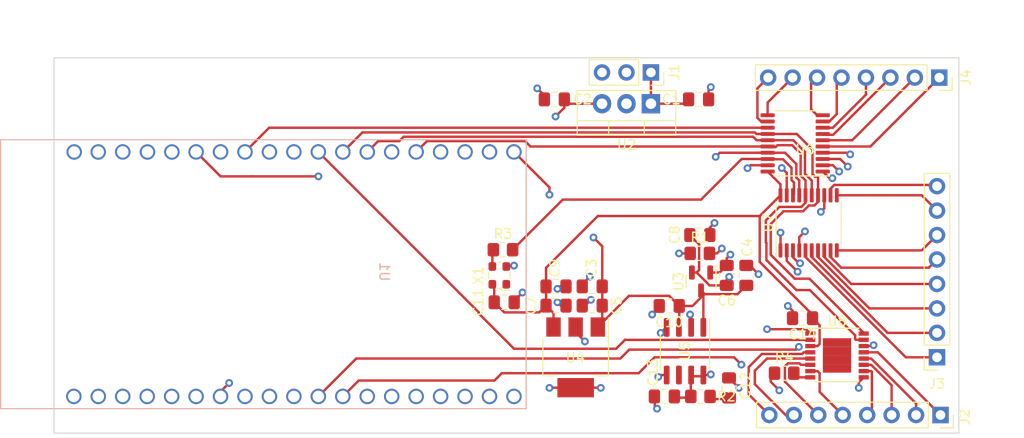
<source format=kicad_pcb>
(kicad_pcb (version 20211014) (generator pcbnew)
  (layers (0 "F.Cu" signal) (1 "In1.Cu" power) (2 "In2.Cu" mixed) (31 "B.Cu" power) (34 "B.Paste" user) (35 "F.Paste" user) (36 "B.SilkS" user "B.Silkscreen") (37 "F.SilkS" user "F.Silkscreen") (38 "B.Mask" user) (39 "F.Mask" user) (44 "Edge.Cuts" user))
  (net 0 "")
  (net 1 "+12V")
  (net 2 "Earth")
  (net 3 "+5V")
  (net 4 "GNDA")
  (net 5 "+3.3VA")
  (net 6 "+3V3")
  (net 7 "Net-(C12-Pad1)")
  (net 8 "+3.3VDAC")
  (net 9 "VoutH")
  (net 10 "VoutG")
  (net 11 "VoutF")
  (net 12 "VoutE")
  (net 13 "VoutD")
  (net 14 "VoutC")
  (net 15 "VoutB")
  (net 16 "VoutA")
  (net 17 "ADC2_1")
  (net 18 "ADC2_2")
  (net 19 "ADC2_3")
  (net 20 "ADC2_4")
  (net 21 "ADC2_5")
  (net 22 "ADC2_6")
  (net 23 "ADC2_7")
  (net 24 "ADC2_8")
  (net 25 "ADC1_1")
  (net 26 "ADC1_2")
  (net 27 "ADC1_3")
  (net 28 "ADC1_4")
  (net 29 "ADC1_5")
  (net 30 "ADC1_6")
  (net 31 "ADC1_7")
  (net 32 "ADC1_8")
  (net 33 "Net-(R3-Pad1)")
  (net 34 "CLK")
  (net 35 "Net-(R4-Pad2)")
  (net 43 "LDAC")
  (net 44 "~{CLR}")
  (net 58 "MDAT")
  (net 59 "~{ADC2_CS}")
  (net 60 "~{ADC1_CS}")
  (net 63 "~{DAC_CS}")
  (net 64 "SK")
  (net 65 "SI")
  (net 66 "SO")
  (footprint "Package_SO:TSSOP-20_4.4x6.5mm_P0.65mm" (layer "F.Cu") (at 127 48.895 180)
    (fp_text reference "U6")
    (fp_text value "MCP3464R")
  )
  (footprint "Capacitor_SMD:C_0805_2012Metric_Pad1.18x1.45mm_HandSolder" (layer "F.Cu") (at 113.411 75.185 180)
    (fp_text reference "C13")
    (fp_text value "1nF")
  )
  (footprint "Connector_PinSocket_2.54mm:PinSocket_1x08_P2.54mm_Vertical" (layer "F.Cu") (at 141.971 42.062 -90)
    (fp_text reference "J4")
    (fp_text value "Conn_01x08_Male" hide)
  )
  (footprint "Package_SO:TSSOP-20_4.4x6.5mm_P0.65mm" (layer "F.Cu") (at 128.397 57.15 90)
    (fp_text reference "U7")
    (fp_text value "MCP3464R")
  )
  (footprint "Resistor_SMD:R_0805_2012Metric_Pad1.20x1.40mm_HandSolder" (layer "F.Cu") (at 117.094 60.325)
    (fp_text reference "R1")
    (fp_text value "0")
  )
  (footprint "Capacitor_SMD:C_0805_2012Metric_Pad1.18x1.45mm_HandSolder" (layer "F.Cu") (at 96.774 65.405)
    (fp_text reference "C11")
    (fp_text value "0.1uF" hide)
  )
  (footprint "Capacitor_SMD:C_0805_2012Metric_Pad1.18x1.45mm_HandSolder" (layer "F.Cu") (at 117.094 58.42)
    (fp_text reference "C8")
    (fp_text value "10uF" hide)
  )
  (footprint "Package_TO_SOT_SMD:SOT-223-3_TabPin2" (layer "F.Cu") (at 104.1955 71.124 -90)
    (fp_text reference "U4")
    (fp_text value "MCP1825S-3.3V" hide)
  )
  (footprint "Capacitor_SMD:C_0805_2012Metric_Pad1.18x1.45mm_HandSolder" (layer "F.Cu") (at 101.981 44.323 180)
    (fp_text reference "C2")
    (fp_text value "0.1uF")
  )
  (footprint "Resistor_SMD:R_0805_2012Metric_Pad1.20x1.40mm_HandSolder" (layer "F.Cu") (at 117.1565 75.185)
    (fp_text reference "R2")
    (fp_text value "50" hide)
  )
  (footprint "Capacitor_SMD:C_0805_2012Metric_Pad1.18x1.45mm_HandSolder" (layer "F.Cu") (at 105.918 63.754 180)
    (fp_text reference "C3")
    (fp_text value "10uF" hide)
  )
  (footprint "Connector_PinSocket_2.54mm:PinSocket_1x08_P2.54mm_Vertical" (layer "F.Cu") (at 141.732 71.12 180)
    (fp_text reference "J3")
    (fp_text value "Conn_01x08_Male" hide)
  )
  (footprint "Capacitor_SMD:C_0805_2012Metric_Pad1.18x1.45mm_HandSolder" (layer "F.Cu") (at 127.762 67.056 180)
    (fp_text reference "C14")
    (fp_text value "1uF")
  )
  (footprint "Capacitor_SMD:C_0805_2012Metric_Pad1.18x1.45mm_HandSolder" (layer "F.Cu") (at 120.1285 74.295 90)
    (fp_text reference "C12")
    (fp_text value "2.2uF" hide)
  )
  (footprint "Package_TO_SOT_SMD:SOT-23" (layer "F.Cu") (at 117.221 63.246 -90)
    (fp_text reference "U3")
    (fp_text value "MCP1754S-3302xCB" hide)
  )
  (footprint "Capacitor_SMD:C_0805_2012Metric_Pad1.18x1.45mm_HandSolder" (layer "F.Cu") (at 102.1555 65.754)
    (fp_text reference "C7")
    (fp_text value "0.1uF" hide)
  )
  (footprint "Package_SO:SOIC-8_3.9x4.9mm_P1.27mm" (layer "F.Cu") (at 115.5565 70.485 -90)
    (fp_text reference "U5")
    (fp_text value "MCP1501-33xSN" hide)
  )
  (footprint "Capacitor_SMD:C_0805_2012Metric_Pad1.18x1.45mm_HandSolder" (layer "F.Cu") (at 116.967 44.323)
    (fp_text reference "C1")
    (fp_text value "0.1uF" hide)
  )
  (footprint "Package_TO_SOT_THT:TO-220-3_Vertical" (layer "F.Cu") (at 112.014 44.775 180)
    (fp_text reference "U2")
    (fp_text value "LM7805_TO220" hide)
  )
  (footprint "Capacitor_SMD:C_0805_2012Metric_Pad1.18x1.45mm_HandSolder" (layer "F.Cu") (at 102.1555 63.754)
    (fp_text reference "C9")
    (fp_text value "10uF" hide)
  )
  (footprint "Capacitor_SMD:C_0805_2012Metric_Pad1.18x1.45mm_HandSolder" (layer "F.Cu") (at 105.918 65.754 180)
    (fp_text reference "C5")
    (fp_text value "0.1uF" hide)
  )
  (footprint "Resistor_SMD:R_0805_2012Metric_Pad1.20x1.40mm_HandSolder" (layer "F.Cu") (at 125.857 72.771)
    (fp_text reference "R4")
    (fp_text value "0")
  )
  (footprint "Connector_PinSocket_2.54mm:PinSocket_1x08_P2.54mm_Vertical" (layer "F.Cu") (at 142.098 77.114 -90)
    (fp_text reference "J2")
    (fp_text value "Conn_01x08_Male" hide)
  )
  (footprint "Package_SO:TSSOP-16-1EP_4.4x5mm_P0.65mm" (layer "F.Cu") (at 131.345 70.9265)
    (fp_text reference "U8")
    (fp_text value "DAC8568IAPW")
  )
  (footprint "Connector_PinSocket_2.54mm:PinSocket_1x03_P2.54mm_Vertical" (layer "F.Cu") (at 112.014 41.529 -90)
    (fp_text reference "J1")
    (fp_text value "Conn_01x03_Male")
  )
  (footprint "Capacitor_SMD:C_0805_2012Metric_Pad1.18x1.45mm_HandSolder" (layer "F.Cu") (at 119.888 62.611 90)
    (fp_text reference "C6")
    (fp_text value "0.1uF" hide)
  )
  (footprint "Resistor_SMD:R_0805_2012Metric_Pad1.20x1.40mm_HandSolder" (layer "F.Cu") (at 96.647 59.944)
    (fp_text reference "R3")
    (fp_text value "0")
  )
  (footprint "Capacitor_SMD:C_0805_2012Metric_Pad1.18x1.45mm_HandSolder" (layer "F.Cu") (at 113.919 65.785 180)
    (fp_text reference "C10")
    (fp_text value "2.2uF" hide)
  )
  (footprint "Capacitor_SMD:C_0805_2012Metric_Pad1.18x1.45mm_HandSolder" (layer "F.Cu") (at 121.92 62.611 90)
    (fp_text reference "C4")
    (fp_text value "0.1uF" hide)
  )
  (footprint "Oscillator:Oscillator_SMD_ECS_2520MV-xxx-xx-4Pin_2.5x2.0mm" (layer "F.Cu") (at 96.266 62.611 180)
    (fp_text reference "X1")
    (fp_text value "ECS-2520MVLC-049-BN-TR" hide)
  )
  (footprint "Library:ESP32-devkitC-v4" (layer "B.Cu") (at 65.019 61.976 -90)
    (fp_text reference "U1")
    (fp_text value "ESP32-DevKit-C")
  )
  (gr_line (start 144 79) (end 144 40) (layer "Edge.Cuts") (width 0.1))
  (gr_line (start 143 40) (end 51 40) (layer "Edge.Cuts") (width 0.1))
  (gr_line (start 50 40) (end 50 79) (layer "Edge.Cuts") (width 0.1))
  (gr_line (start 50 79) (end 144 79) (layer "Edge.Cuts") (width 0.1))
  (gr_line (start 51 40) (end 50 40) (layer "Edge.Cuts") (width 0.1))
  (gr_line (start 143 40) (end 144 40) (layer "Edge.Cuts") (width 0.1))
  (segment (start 112.014 41.529) (end 112.014 44.775) (width 0.25) (layer "F.Cu") (net 1))
  (segment (start 112.014 44.775) (end 115.4775 44.775) (width 0.25) (layer "F.Cu") (net 1))
  (segment (start 115.4775 44.775) (end 115.9295 44.323) (width 0.25) (layer "F.Cu") (net 1))
  (segment (start 104.8805 63.754) (end 104.8805 63.5215) (width 0.25) (layer "F.Cu") (net 2))
  (segment (start 113.6515 72.96) (end 112.968 72.96) (width 0.25) (layer "F.Cu") (net 2))
  (segment (start 104.1955 68.5085) (end 105.156 69.469) (width 0.25) (layer "F.Cu") (net 2))
  (segment (start 112.419 75.185) (end 112.419 76.224) (width 0.25) (layer "F.Cu") (net 2))
  (segment (start 100.9435 44.323) (end 100.9435 43.9205) (width 0.25) (layer "F.Cu") (net 2))
  (segment (start 104.1955 67.974) (end 104.1955 68.5085) (width 0.25) (layer "F.Cu") (net 2))
  (segment (start 105.17356 65.754) (end 105.778495 65.149065) (width 0.25) (layer "F.Cu") (net 2))
  (segment (start 113.6515 68.01) (end 113.605009 68.01) (width 0.25) (layer "F.Cu") (net 2))
  (segment (start 126.7245 66.2725) (end 126.238 65.786) (width 0.25) (layer "F.Cu") (net 2))
  (segment (start 106.786 74.274) (end 106.807 74.295) (width 0.25) (layer "F.Cu") (net 2))
  (segment (start 96.991 61.686) (end 97.699 61.686) (width 0.25) (layer "F.Cu") (net 2))
  (segment (start 135.051714 69.9515) (end 135.1431 69.860114) (width 0.25) (layer "F.Cu") (net 2))
  (segment (start 104.8805 65.754) (end 105.17356 65.754) (width 0.25) (layer "F.Cu") (net 2))
  (segment (start 112.8815 65.785) (end 112.8815 65.9345) (width 0.25) (layer "F.Cu") (net 2))
  (segment (start 97.8115 65.405) (end 97.8115 65.2565) (width 0.25) (layer "F.Cu") (net 2))
  (segment (start 112.419 76.224) (end 112.649 76.454) (width 0.25) (layer "F.Cu") (net 2))
  (segment (start 100.9435 43.9205) (end 100.203 43.18) (width 0.25) (layer "F.Cu") (net 2))
  (segment (start 67.305 75.184) (end 67.305 74.681) (width 0.25) (layer "F.Cu") (net 2))
  (segment (start 103.193 63.754) (end 102.559 63.754) (width 0.25) (layer "F.Cu") (net 2))
  (segment (start 113.605009 68.01) (end 113.03 68.585009) (width 0.25) (layer "F.Cu") (net 2))
  (segment (start 116.094 60.325) (end 114.935 60.325) (width 0.25) (layer "F.Cu") (net 2))
  (segment (start 102.654 65.754) (end 102.305 65.405) (width 0.25) (layer "F.Cu") (net 2))
  (segment (start 97.699 61.686) (end 97.79 61.595) (width 0.25) (layer "F.Cu") (net 2))
  (segment (start 134.12 69.9515) (end 135.051714 69.9515) (width 0.25) (layer "F.Cu") (net 2))
  (segment (start 124.1375 51.17) (end 122.3495 51.17) (width 0.25) (layer "F.Cu") (net 2))
  (segment (start 116.1915 66.7885) (end 116.078 66.675) (width 0.25) (layer "F.Cu") (net 2))
  (segment (start 126.122 51.962598) (end 125.611078 51.451676) (width 0.25) (layer "F.Cu") (net 2))
  (segment (start 112.8815 65.9345) (end 112.141 66.675) (width 0.25) (layer "F.Cu") (net 2))
  (segment (start 104.8805 63.5215) (end 105.664 62.738) (width 0.25) (layer "F.Cu") (net 2))
  (segment (start 116.1915 68.01) (end 116.1915 66.7885) (width 0.25) (layer "F.Cu") (net 2))
  (segment (start 120.1285 73.2655) (end 121.158 74.295) (width 0.25) (layer "F.Cu") (net 2))
  (segment (start 101.494 74.274) (end 101.473 74.295) (width 0.25) (layer "F.Cu") (net 2))
  (segment (start 97.8115 65.2565) (end 98.679 64.389) (width 0.25) (layer "F.Cu") (net 2))
  (segment (start 126.122 54.2875) (end 126.122 51.962598) (width 0.25) (layer "F.Cu") (net 2))
  (segment (start 104.1955 74.274) (end 106.786 74.274) (width 0.25) (layer "F.Cu") (net 2))
  (segment (start 104.1955 74.274) (end 101.494 74.274) (width 0.25) (layer "F.Cu") (net 2))
  (segment (start 118.0045 44.323) (end 118.0045 43.2855) (width 0.25) (layer "F.Cu") (net 2))
  (segment (start 102.559 63.754) (end 102.305 64.008) (width 0.25) (layer "F.Cu") (net 2))
  (segment (start 103.193 65.754) (end 102.654 65.754) (width 0.25) (layer "F.Cu") (net 2))
  (segment (start 126.7245 67.056) (end 126.7245 66.2725) (width 0.25) (layer "F.Cu") (net 2))
  (segment (start 67.305 74.681) (end 68.199 73.787) (width 0.25) (layer "F.Cu") (net 2))
  (segment (start 112.968 72.96) (end 112.776 73.152) (width 0.25) (layer "F.Cu") (net 2))
  (segment (start 118.0045 43.2855) (end 118.237 43.053) (width 0.25) (layer "F.Cu") (net 2))
  (segment (start 120.1285 73.2575) (end 120.1285 73.2655) (width 0.25) (layer "F.Cu") (net 2))
  (segment (start 122.3495 51.17) (end 122.047 51.4725) (width 0.25) (layer "F.Cu") (net 2))
  (via (at 118.237 43.053) (size 0.8) (drill 0.4) (layers "F.Cu" "B.Cu") (net 2))
  (via (at 97.79 61.595) (size 0.8) (drill 0.4) (layers "F.Cu" "B.Cu") (net 2))
  (via (at 112.776 73.152) (size 0.8) (drill 0.4) (layers "F.Cu" "B.Cu") (net 2))
  (via (at 126.238 65.786) (size 0.8) (drill 0.4) (layers "F.Cu" "B.Cu") (net 2))
  (via (at 102.305 65.405) (size 0.8) (drill 0.4) (layers "F.Cu" "B.Cu") (net 2))
  (via (at 105.156 69.469) (size 0.8) (drill 0.4) (layers "F.Cu" "B.Cu") (net 2))
  (via (at 101.473 74.295) (size 0.8) (drill 0.4) (layers "F.Cu" "B.Cu") (net 2))
  (via (at 125.611078 51.451676) (size 0.8) (drill 0.4) (layers "F.Cu" "B.Cu") (net 2))
  (via (at 105.778495 65.149065) (size 0.8) (drill 0.4) (layers "F.Cu" "B.Cu") (net 2))
  (via (at 68.199 73.787) (size 0.8) (drill 0.4) (layers "F.Cu" "B.Cu") (net 2))
  (via (at 100.203 43.18) (size 0.8) (drill 0.4) (layers "F.Cu" "B.Cu") (net 2))
  (via (at 105.664 62.738) (size 0.8) (drill 0.4) (layers "F.Cu" "B.Cu") (net 2))
  (via (at 106.807 74.295) (size 0.8) (drill 0.4) (layers "F.Cu" "B.Cu") (net 2))
  (via (at 102.305 64.008) (size 0.8) (drill 0.4) (layers "F.Cu" "B.Cu") (net 2))
  (via (at 98.679 64.389) (size 0.8) (drill 0.4) (layers "F.Cu" "B.Cu") (net 2))
  (via (at 122.047 51.4725) (size 0.8) (drill 0.4) (layers "F.Cu" "B.Cu") (net 2))
  (via (at 112.649 76.454) (size 0.8) (drill 0.4) (layers "F.Cu" "B.Cu") (net 2))
  (via (at 113.03 68.585009) (size 0.8) (drill 0.4) (layers "F.Cu" "B.Cu") (net 2))
  (via (at 135.1431 69.860114) (size 0.8) (drill 0.4) (layers "F.Cu" "B.Cu") (net 2))
  (via (at 114.935 60.325) (size 0.8) (drill 0.4) (layers "F.Cu" "B.Cu") (net 2))
  (via (at 116.078 66.675) (size 0.8) (drill 0.4) (layers "F.Cu" "B.Cu") (net 2))
  (via (at 121.158 74.295) (size 0.8) (drill 0.4) (layers "F.Cu" "B.Cu") (net 2))
  (via (at 112.141 66.675) (size 0.8) (drill 0.4) (layers "F.Cu" "B.Cu") (net 2))
  (segment (start 101.473 53.472) (end 97.785 49.784) (width 0.25) (layer "F.Cu") (net 3))
  (segment (start 117.59802 64.56052) (end 117.221 64.1835) (width 0.25) (layer "F.Cu") (net 3))
  (segment (start 106.9555 65.754) (end 106.9555 67.514) (width 0.25) (layer "F.Cu") (net 3))
  (segment (start 114.9565 67.975) (end 114.9215 68.01) (width 0.25) (layer "F.Cu") (net 3))
  (segment (start 106.9555 63.754) (end 106.9555 65.754) (width 0.25) (layer "F.Cu") (net 3))
  (segment (start 106.4955 67.974) (end 109.73402 64.73548) (width 0.25) (layer "F.Cu") (net 3))
  (segment (start 106.9555 59.5845) (end 106.045 58.674) (width 0.25) (layer "F.Cu") (net 3))
  (segment (start 101.473 54.229) (end 101.473 53.472) (width 0.25) (layer "F.Cu") (net 3))
  (segment (start 116.333 65.785) (end 114.9565 65.785) (width 0.25) (layer "F.Cu") (net 3))
  (segment (start 117.4615 64.424) (end 117.221 64.1835) (width 0.25) (layer "F.Cu") (net 3))
  (segment (start 117.221 64.1835) (end 117.221 64.897) (width 0.25) (layer "F.Cu") (net 3))
  (segment (start 103.0185 44.323) (end 103.4705 44.775) (width 0.25) (layer "F.Cu") (net 3))
  (segment (start 117.221 64.897) (end 116.333 65.785) (width 0.25) (layer "F.Cu") (net 3))
  (segment (start 117.4615 68.01) (end 117.4615 64.424) (width 0.25) (layer "F.Cu") (net 3))
  (segment (start 103.0185 44.323) (end 103.0185 45.1905) (width 0.25) (layer "F.Cu") (net 3))
  (segment (start 121.92 63.6485) (end 121.00798 64.56052) (width 0.25) (layer "F.Cu") (net 3))
  (segment (start 106.9555 63.754) (end 106.9555 59.5845) (width 0.25) (layer "F.Cu") (net 3))
  (segment (start 114.9565 65.785) (end 114.9565 67.975) (width 0.25) (layer "F.Cu") (net 3))
  (segment (start 113.90698 64.73548) (end 114.9565 65.785) (width 0.25) (layer "F.Cu") (net 3))
  (segment (start 109.73402 64.73548) (end 113.90698 64.73548) (width 0.25) (layer "F.Cu") (net 3))
  (segment (start 121.00798 64.56052) (end 117.59802 64.56052) (width 0.25) (layer "F.Cu") (net 3))
  (segment (start 103.0185 45.1905) (end 102.108 46.101) (width 0.25) (layer "F.Cu") (net 3))
  (segment (start 103.4705 44.775) (end 106.934 44.775) (width 0.25) (layer "F.Cu") (net 3))
  (via (at 101.473 54.229) (size 0.8) (drill 0.4) (layers "F.Cu" "B.Cu") (net 3))
  (via (at 102.108 46.101) (size 0.8) (drill 0.4) (layers "F.Cu" "B.Cu") (net 3))
  (via (at 106.045 58.674) (size 0.8) (drill 0.4) (layers "F.Cu" "B.Cu") (net 3))
  (segment (start 118.1315 58.42) (end 118.1315 57.6535) (width 0.25) (layer "F.Cu") (net 4))
  (segment (start 126.772 60.732) (end 127.381 61.341) (width 0.25) (layer "F.Cu") (net 4))
  (segment (start 131.572 51.816) (end 130.926 51.17) (width 0.25) (layer "F.Cu") (net 4))
  (segment (start 126.772 60.0125) (end 126.772 60.732) (width 0.25) (layer "F.Cu") (net 4))
  (segment (start 127.4995 61.341) (end 127.508 61.3495) (width 0.25) (layer "F.Cu") (net 4))
  (segment (start 126.122 60.0125) (end 126.122 61.098) (width 0.25) (layer "F.Cu") (net 4))
  (segment (start 119.888 60.833) (end 120.269 60.452) (width 0.25) (layer "F.Cu") (net 4))
  (segment (start 119.888 61.5735) (end 119.888 60.833) (width 0.25) (layer "F.Cu") (net 4))
  (segment (start 118.094 60.325) (end 118.872 60.325) (width 0.25) (layer "F.Cu") (net 4))
  (segment (start 122.2795 61.5735) (end 123.19 62.484) (width 0.25) (layer "F.Cu") (net 4))
  (segment (start 118.1315 57.6535) (end 118.618 57.167) (width 0.25) (layer "F.Cu") (net 4))
  (segment (start 119.153 62.3085) (end 119.888 61.5735) (width 0.25) (layer "F.Cu") (net 4))
  (segment (start 132.461 51.308) (end 131.673 50.52) (width 0.25) (layer "F.Cu") (net 4))
  (segment (start 118.872 60.325) (end 119.38 59.817) (width 0.25) (layer "F.Cu") (net 4))
  (segment (start 130.926 51.17) (end 129.8625 51.17) (width 0.25) (layer "F.Cu") (net 4))
  (segment (start 126.122 61.098) (end 127.254 62.23) (width 0.25) (layer "F.Cu") (net 4))
  (segment (start 131.673 50.52) (end 129.8625 50.52) (width 0.25) (layer "F.Cu") (net 4))
  (segment (start 121.92 61.5735) (end 122.2795 61.5735) (width 0.25) (layer "F.Cu") (net 4))
  (segment (start 118.171 62.3085) (end 119.153 62.3085) (width 0.25) (layer "F.Cu") (net 4))
  (segment (start 127.381 61.341) (end 127.4995 61.341) (width 0.25) (layer "F.Cu") (net 4))
  (via (at 127.254 62.23) (size 0.8) (drill 0.4) (layers "F.Cu" "B.Cu") (net 4))
  (via (at 123.19 62.484) (size 0.8) (drill 0.4) (layers "F.Cu" "B.Cu") (net 4))
  (via (at 132.461 51.308) (size 0.8) (drill 0.4) (layers "F.Cu" "B.Cu") (net 4))
  (via (at 127.508 61.3495) (size 0.8) (drill 0.4) (layers "F.Cu" "B.Cu") (net 4))
  (via (at 120.269 60.452) (size 0.8) (drill 0.4) (layers "F.Cu" "B.Cu") (net 4))
  (via (at 119.38 59.817) (size 0.8) (drill 0.4) (layers "F.Cu" "B.Cu") (net 4))
  (via (at 118.618 57.167) (size 0.8) (drill 0.4) (layers "F.Cu" "B.Cu") (net 4))
  (via (at 131.572 51.816) (size 0.8) (drill 0.4) (layers "F.Cu" "B.Cu") (net 4))
  (segment (start 130.559027 52.516527) (end 129.8625 51.82) (width 0.25) (layer "F.Cu") (net 5))
  (segment (start 125.476 60.0085) (end 125.472 60.0125) (width 0.25) (layer "F.Cu") (net 5))
  (segment (start 118.102428 63.6485) (end 119.888 63.6485) (width 0.25) (layer "F.Cu") (net 5))
  (segment (start 120.142 62.7605) (end 119.888 63.0145) (width 0.25) (layer "F.Cu") (net 5))
  (segment (start 125.476 58.166) (end 125.476 60.0085) (width 0.25) (layer "F.Cu") (net 5))
  (segment (start 116.762428 62.3085) (end 118.102428 63.6485) (width 0.25) (layer "F.Cu") (net 5))
  (segment (start 117.01852 59.38202) (end 116.0565 58.42) (width 0.25) (layer "F.Cu") (net 5))
  (segment (start 116.762428 62.3085) (end 117.01852 62.052408) (width 0.25) (layer "F.Cu") (net 5))
  (segment (start 119.888 63.0145) (end 119.888 63.6485) (width 0.25) (layer "F.Cu") (net 5))
  (segment (start 130.859073 52.516527) (end 130.559027 52.516527) (width 0.25) (layer "F.Cu") (net 5))
  (segment (start 116.271 62.3085) (end 116.762428 62.3085) (width 0.25) (layer "F.Cu") (net 5))
  (segment (start 117.01852 62.052408) (end 117.01852 59.38202) (width 0.25) (layer "F.Cu") (net 5))
  (via (at 120.142 62.7605) (size 0.8) (drill 0.4) (layers "F.Cu" "B.Cu") (net 5))
  (via (at 130.859073 52.516527) (size 0.8) (drill 0.4) (layers "F.Cu" "B.Cu") (net 5))
  (via (at 125.476 58.166) (size 0.8) (drill 0.4) (layers "F.Cu" "B.Cu") (net 5))
  (segment (start 101.118 65.754) (end 101.8955 66.5315) (width 0.25) (layer "F.Cu") (net 6))
  (segment (start 124.1375 51.82) (end 125.472 53.1545) (width 0.25) (layer "F.Cu") (net 6))
  (segment (start 129.54 67.7965) (end 129.54 69.730522) (width 0.25) (layer "F.Cu") (net 6))
  (segment (start 123.317 56.4425) (end 125.472 54.2875) (width 0.25) (layer "F.Cu") (net 6))
  (segment (start 128.7995 67.056) (end 128.7995 66.6965) (width 0.25) (layer "F.Cu") (net 6))
  (segment (start 101.118 61.823) (end 106.4985 56.4425) (width 0.25) (layer "F.Cu") (net 6))
  (segment (start 95.7365 63.7315) (end 95.541 63.536) (width 0.25) (layer "F.Cu") (net 6))
  (segment (start 129.319022 69.9515) (end 128.57 69.9515) (width 0.25) (layer "F.Cu") (net 6))
  (segment (start 101.118 65.754) (end 101.118 63.754) (width 0.25) (layer "F.Cu") (net 6))
  (segment (start 101.8955 66.5315) (end 101.8955 67.974) (width 0.25) (layer "F.Cu") (net 6))
  (segment (start 106.4985 56.4425) (end 123.317 56.4425) (width 0.25) (layer "F.Cu") (net 6))
  (segment (start 101.118 63.754) (end 101.118 61.823) (width 0.25) (layer "F.Cu") (net 6))
  (segment (start 128.7995 66.6965) (end 123.317 61.214) (width 0.25) (layer "F.Cu") (net 6))
  (segment (start 123.317 61.214) (end 123.317 56.4425) (width 0.25) (layer "F.Cu") (net 6))
  (segment (start 96.78602 66.45452) (end 100.41748 66.45452) (width 0.25) (layer "F.Cu") (net 6))
  (segment (start 128.7995 67.056) (end 129.54 67.7965) (width 0.25) (layer "F.Cu") (net 6))
  (segment (start 95.7365 65.405) (end 96.78602 66.45452) (width 0.25) (layer "F.Cu") (net 6))
  (segment (start 125.472 53.1545) (end 125.472 54.2875) (width 0.25) (layer "F.Cu") (net 6))
  (segment (start 95.7365 65.405) (end 95.7365 63.7315) (width 0.25) (layer "F.Cu") (net 6))
  (segment (start 129.54 69.730522) (end 129.319022 69.9515) (width 0.25) (layer "F.Cu") (net 6))
  (segment (start 100.41748 66.45452) (end 101.118 65.754) (width 0.25) (layer "F.Cu") (net 6))
  (segment (start 120.1285 75.4605) (end 118.304 75.4605) (width 0.25) (layer "F.Cu") (net 7))
  (segment (start 118.304 75.4605) (end 118.1565 75.313) (width 0.25) (layer "F.Cu") (net 7))
  (segment (start 114.494 75.313) (end 116.1565 75.313) (width 0.25) (layer "F.Cu") (net 8))
  (segment (start 118.175 72.96) (end 118.237 72.898) (width 0.25) (layer "F.Cu") (net 8))
  (segment (start 116.1565 73.123) (end 116.1915 73.088) (width 0.25) (layer "F.Cu") (net 8))
  (segment (start 132.547 49.87) (end 132.715 50.038) (width 0.25) (layer "F.Cu") (net 8))
  (segment (start 129.8625 49.87) (end 132.547 49.87) (width 0.25) (layer "F.Cu") (net 8))
  (segment (start 124.46 73.168) (end 124.857 72.771) (width 0.25) (layer "F.Cu") (net 8))
  (segment (start 127.422 58.633) (end 127.422 60.0125) (width 0.25) (layer "F.Cu") (net 8))
  (segment (start 117.4615 72.96) (end 118.175 72.96) (width 0.25) (layer "F.Cu") (net 8))
  (segment (start 116.1915 73.088) (end 117.4615 73.088) (width 0.25) (layer "F.Cu") (net 8))
  (segment (start 125.349 74.549) (end 124.46 73.66) (width 0.25) (layer "F.Cu") (net 8))
  (segment (start 116.1565 75.313) (end 116.1565 73.123) (width 0.25) (layer "F.Cu") (net 8))
  (segment (start 128.016 58.039) (end 127.422 58.633) (width 0.25) (layer "F.Cu") (net 8))
  (segment (start 124.46 73.66) (end 124.46 73.168) (width 0.25) (layer "F.Cu") (net 8))
  (via (at 132.715 50.038) (size 0.8) (drill 0.4) (layers "F.Cu" "B.Cu") (net 8))
  (via (at 125.349 74.549) (size 0.8) (drill 0.4) (layers "F.Cu" "B.Cu") (net 8))
  (via (at 118.237 72.898) (size 0.8) (drill 0.4) (layers "F.Cu" "B.Cu") (net 8))
  (via (at 128.016 58.039) (size 0.8) (drill 0.4) (layers "F.Cu" "B.Cu") (net 8))
  (segment (start 134.12 72.5515) (end 134.895 72.5515) (width 0.25) (layer "F.Cu") (net 9))
  (segment (start 134.895 72.5515) (end 134.969511 72.626011) (width 0.25) (layer "F.Cu") (net 9))
  (segment (start 134.969511 72.626011) (end 134.969511 76.622489) (width 0.25) (layer "F.Cu") (net 9))
  (segment (start 134.969511 76.622489) (end 134.478 77.114) (width 0.25) (layer "F.Cu") (net 9))
  (segment (start 129.319022 72.5515) (end 129.54 72.772478) (width 0.25) (layer "F.Cu") (net 10))
  (segment (start 128.57 72.5515) (end 129.319022 72.5515) (width 0.25) (layer "F.Cu") (net 10))
  (segment (start 129.54 72.772478) (end 129.54 74.716) (width 0.25) (layer "F.Cu") (net 10))
  (segment (start 129.54 74.716) (end 131.938 77.114) (width 0.25) (layer "F.Cu") (net 10))
  (segment (start 134.895 71.9015) (end 137.018 74.0245) (width 0.25) (layer "F.Cu") (net 11))
  (segment (start 134.12 71.9015) (end 134.895 71.9015) (width 0.25) (layer "F.Cu") (net 11))
  (segment (start 137.018 74.0245) (end 137.018 77.114) (width 0.25) (layer "F.Cu") (net 11))
  (segment (start 125.93248 73.64848) (end 129.398 77.114) (width 0.25) (layer "F.Cu") (net 12))
  (segment (start 126.24652 71.74648) (end 125.93248 72.06052) (width 0.25) (layer "F.Cu") (net 12))
  (segment (start 128.57 71.9015) (end 127.599993 71.9015) (width 0.25) (layer "F.Cu") (net 12))
  (segment (start 127.444973 71.74648) (end 126.24652 71.74648) (width 0.25) (layer "F.Cu") (net 12))
  (segment (start 127.599993 71.9015) (end 127.444973 71.74648) (width 0.25) (layer "F.Cu") (net 12))
  (segment (start 125.93248 72.06052) (end 125.93248 73.64848) (width 0.25) (layer "F.Cu") (net 12))
  (segment (start 134.895 71.2515) (end 139.558 75.9145) (width 0.25) (layer "F.Cu") (net 13))
  (segment (start 139.558 75.9145) (end 139.558 77.114) (width 0.25) (layer "F.Cu") (net 13))
  (segment (start 134.12 71.2515) (end 134.895 71.2515) (width 0.25) (layer "F.Cu") (net 13))
  (segment (start 124.0745 71.2515) (end 122.809 72.517) (width 0.25) (layer "F.Cu") (net 14))
  (segment (start 122.809 72.517) (end 122.809 73.914) (width 0.25) (layer "F.Cu") (net 14))
  (segment (start 126.009 77.114) (end 126.858 77.114) (width 0.25) (layer "F.Cu") (net 14))
  (segment (start 122.809 73.914) (end 126.009 77.114) (width 0.25) (layer "F.Cu") (net 14))
  (segment (start 128.57 71.2515) (end 124.0745 71.2515) (width 0.25) (layer "F.Cu") (net 14))
  (segment (start 135.5855 70.6015) (end 142.098 77.114) (width 0.25) (layer "F.Cu") (net 15))
  (segment (start 134.12 70.6015) (end 135.5855 70.6015) (width 0.25) (layer "F.Cu") (net 15))
  (segment (start 122.174 74.97) (end 124.318 77.114) (width 0.25) (layer "F.Cu") (net 16))
  (segment (start 127.891509 70.6015) (end 127.720489 70.77252) (width 0.25) (layer "F.Cu") (net 16))
  (segment (start 128.57 70.6015) (end 127.891509 70.6015) (width 0.25) (layer "F.Cu") (net 16))
  (segment (start 122.174 72.136) (end 122.174 74.97) (width 0.25) (layer "F.Cu") (net 16))
  (segment (start 127.720489 70.77252) (end 123.53748 70.77252) (width 0.25) (layer "F.Cu") (net 16))
  (segment (start 123.53748 70.77252) (end 122.174 72.136) (width 0.25) (layer "F.Cu") (net 16))
  (segment (start 128.072 60.700361) (end 138.491639 71.12) (width 0.25) (layer "F.Cu") (net 17))
  (segment (start 128.072 60.0125) (end 128.072 60.700361) (width 0.25) (layer "F.Cu") (net 17))
  (segment (start 138.491639 71.12) (end 141.732 71.12) (width 0.25) (layer "F.Cu") (net 17))
  (segment (start 128.722 60.700361) (end 136.601639 68.58) (width 0.25) (layer "F.Cu") (net 18))
  (segment (start 128.722 60.0125) (end 128.722 60.700361) (width 0.25) (layer "F.Cu") (net 18))
  (segment (start 136.601639 68.58) (end 141.732 68.58) (width 0.25) (layer "F.Cu") (net 18))
  (segment (start 134.711639 66.04) (end 141.732 66.04) (width 0.25) (layer "F.Cu") (net 19))
  (segment (start 129.372 60.700361) (end 134.711639 66.04) (width 0.25) (layer "F.Cu") (net 19))
  (segment (start 129.372 60.0125) (end 129.372 60.700361) (width 0.25) (layer "F.Cu") (net 19))
  (segment (start 132.821639 63.5) (end 141.732 63.5) (width 0.25) (layer "F.Cu") (net 20))
  (segment (start 130.022 60.700361) (end 132.821639 63.5) (width 0.25) (layer "F.Cu") (net 20))
  (segment (start 130.022 60.0125) (end 130.022 60.700361) (width 0.25) (layer "F.Cu") (net 20))
  (segment (start 140.882 61.81) (end 141.732 60.96) (width 0.25) (layer "F.Cu") (net 21))
  (segment (start 130.672 60.0125) (end 130.672 60.700361) (width 0.25) (layer "F.Cu") (net 21))
  (segment (start 130.672 60.700361) (end 131.781639 61.81) (width 0.25) (layer "F.Cu") (net 21))
  (segment (start 131.781639 61.81) (end 140.882 61.81) (width 0.25) (layer "F.Cu") (net 21))
  (segment (start 131.322 60.0125) (end 140.1395 60.0125) (width 0.25) (layer "F.Cu") (net 22))
  (segment (start 140.1395 60.0125) (end 141.732 58.42) (width 0.25) (layer "F.Cu") (net 22))
  (segment (start 140.1395 54.2875) (end 141.732 55.88) (width 0.25) (layer "F.Cu") (net 23))
  (segment (start 131.322 54.2875) (end 140.1395 54.2875) (width 0.25) (layer "F.Cu") (net 23))
  (segment (start 130.672 54.2875) (end 130.672 53.599639) (width 0.25) (layer "F.Cu") (net 24))
  (segment (start 131.058639 53.213) (end 141.605 53.213) (width 0.25) (layer "F.Cu") (net 24))
  (segment (start 130.672 53.599639) (end 131.058639 53.213) (width 0.25) (layer "F.Cu") (net 24))
  (segment (start 141.605 53.213) (end 141.732 53.34) (width 0.25) (layer "F.Cu") (net 24))
  (segment (start 134.813 49.22) (end 141.971 42.062) (width 0.25) (layer "F.Cu") (net 25))
  (segment (start 129.8625 49.22) (end 134.813 49.22) (width 0.25) (layer "F.Cu") (net 25))
  (segment (start 129.8625 48.57) (end 132.923 48.57) (width 0.25) (layer "F.Cu") (net 26))
  (segment (start 132.923 48.57) (end 139.431 42.062) (width 0.25) (layer "F.Cu") (net 26))
  (segment (start 129.8625 47.92) (end 129.9485 48.006) (width 0.25) (layer "F.Cu") (net 27))
  (segment (start 130.947 48.006) (end 136.891 42.062) (width 0.25) (layer "F.Cu") (net 27))
  (segment (start 129.9485 48.006) (end 130.947 48.006) (width 0.25) (layer "F.Cu") (net 27))
  (segment (start 130.911 47.27) (end 134.366 43.815) (width 0.25) (layer "F.Cu") (net 28))
  (segment (start 134.366 43.815) (end 134.351 43.8) (width 0.25) (layer "F.Cu") (net 28))
  (segment (start 134.351 43.8) (end 134.351 42.062) (width 0.25) (layer "F.Cu") (net 28))
  (segment (start 129.8625 47.27) (end 130.911 47.27) (width 0.25) (layer "F.Cu") (net 28))
  (segment (start 129.8625 46.62) (end 130.550361 46.62) (width 0.25) (layer "F.Cu") (net 29))
  (segment (start 130.550361 46.62) (end 131.318 45.852361) (width 0.25) (layer "F.Cu") (net 29))
  (segment (start 131.318 42.555) (end 131.811 42.062) (width 0.25) (layer "F.Cu") (net 29))
  (segment (start 131.318 45.852361) (end 131.318 42.555) (width 0.25) (layer "F.Cu") (net 29))
  (segment (start 129.8625 45.97) (end 129.29 45.97) (width 0.25) (layer "F.Cu") (net 30))
  (segment (start 129.261 42.062) (end 129.271 42.062) (width 0.25) (layer "F.Cu") (net 30))
  (segment (start 129.286 45.974) (end 128.651 45.339) (width 0.25) (layer "F.Cu") (net 30))
  (segment (start 128.651 45.339) (end 128.651 42.672) (width 0.25) (layer "F.Cu") (net 30))
  (segment (start 129.29 45.97) (end 129.286 45.974) (width 0.25) (layer "F.Cu") (net 30))
  (segment (start 128.651 42.672) (end 129.261 42.062) (width 0.25) (layer "F.Cu") (net 30))
  (segment (start 124.1375 45.97) (end 124.1375 44.6555) (width 0.25) (layer "F.Cu") (net 31))
  (segment (start 124.1375 44.6555) (end 126.731 42.062) (width 0.25) (layer "F.Cu") (net 31))
  (segment (start 124.1375 46.62) (end 123.449639 46.62) (width 0.25) (layer "F.Cu") (net 32))
  (segment (start 123.07548 46.245841) (end 123.07548 43.17752) (width 0.25) (layer "F.Cu") (net 32))
  (segment (start 123.449639 46.62) (end 123.07548 46.245841) (width 0.25) (layer "F.Cu") (net 32))
  (segment (start 123.07548 43.17752) (end 124.191 42.062) (width 0.25) (layer "F.Cu") (net 32))
  (segment (start 95.541 60.05) (end 95.647 59.944) (width 0.25) (layer "F.Cu") (net 33))
  (segment (start 95.541 61.686) (end 95.541 60.05) (width 0.25) (layer "F.Cu") (net 33))
  (segment (start 124.1375 50.52) (end 124.1635 50.546) (width 0.25) (layer "F.Cu") (net 34))
  (segment (start 102.854 54.737) (end 97.647 59.944) (width 0.25) (layer "F.Cu") (net 34))
  (segment (start 124.1635 50.546) (end 125.73 50.546) (width 0.25) (layer "F.Cu") (net 34))
  (segment (start 124.1375 50.52) (end 121.438 50.52) (width 0.25) (layer "F.Cu") (net 34))
  (segment (start 126.873 52.959) (end 126.873 54.1865) (width 0.25) (layer "F.Cu") (net 34))
  (segment (start 126.619 52.705) (end 126.873 52.959) (width 0.25) (layer "F.Cu") (net 34))
  (segment (start 126.873 54.1865) (end 126.772 54.2875) (width 0.25) (layer "F.Cu") (net 34))
  (segment (start 125.73 50.546) (end 126.619 51.435) (width 0.25) (layer "F.Cu") (net 34))
  (segment (start 121.438 50.52) (end 117.221 54.737) (width 0.25) (layer "F.Cu") (net 34))
  (segment (start 117.221 54.737) (end 102.854 54.737) (width 0.25) (layer "F.Cu") (net 34))
  (segment (start 126.619 51.435) (end 126.619 52.705) (width 0.25) (layer "F.Cu") (net 34))
  (segment (start 128.57 73.2015) (end 127.2875 73.2015) (width 0.25) (layer "F.Cu") (net 35))
  (segment (start 127.2875 73.2015) (end 126.857 72.771) (width 0.25) (layer "F.Cu") (net 35))
  (segment (start 95.758 73.533) (end 81.656 73.533) (width 0.25) (layer "F.Cu") (net 43))
  (segment (start 81.656 73.533) (end 80.005 75.184) (width 0.25) (layer "F.Cu") (net 43))
  (segment (start 96.52 72.771) (end 95.758 73.533) (width 0.25) (layer "F.Cu") (net 43))
  (segment (start 121.412 71.882) (end 120.65 71.12) (width 0.25) (layer "F.Cu") (net 43))
  (segment (start 128.1175 68.199) (end 128.57 68.6515) (width 0.25) (layer "F.Cu") (net 43))
  (segment (start 120.65 71.12) (end 112.395 71.12) (width 0.25) (layer "F.Cu") (net 43))
  (segment (start 124.079 68.199) (end 128.1175 68.199) (width 0.25) (layer "F.Cu") (net 43))
  (segment (start 110.744 72.771) (end 96.52 72.771) (width 0.25) (layer "F.Cu") (net 43))
  (segment (start 112.395 71.12) (end 110.744 72.771) (width 0.25) (layer "F.Cu") (net 43))
  (via (at 121.412 71.882) (size 0.8) (drill 0.4) (layers "F.Cu" "B.Cu") (net 43))
  (via (at 124.079 68.199) (size 0.8) (drill 0.4) (layers "F.Cu" "B.Cu") (net 43))
  (segment (start 127.381 70.03402) (end 127.09202 70.323) (width 0.25) (layer "F.Cu") (net 44))
  (segment (start 108.839 71.247) (end 81.402 71.247) (width 0.25) (layer "F.Cu") (net 44))
  (segment (start 81.402 71.247) (end 77.465 75.184) (width 0.25) (layer "F.Cu") (net 44))
  (segment (start 133.604 73.7175) (end 134.12 73.2015) (width 0.25) (layer "F.Cu") (net 44))
  (segment (start 109.763 70.323) (end 108.839 71.247) (width 0.25) (layer "F.Cu") (net 44))
  (segment (start 127.09202 70.323) (end 109.763 70.323) (width 0.25) (layer "F.Cu") (net 44))
  (segment (start 133.604 74.295) (end 133.604 73.7175) (width 0.25) (layer "F.Cu") (net 44))
  (via (at 127.381 70.03402) (size 0.8) (drill 0.4) (layers "F.Cu" "B.Cu") (net 44))
  (via (at 133.604 74.295) (size 0.8) (drill 0.4) (layers "F.Cu" "B.Cu") (net 44))
  (segment (start 123.022 49.87) (end 124.673 49.87) (width 0.25) (layer "F.Cu") (net 58))
  (segment (start 119.167 49.87) (end 124.1375 49.87) (width 0.25) (layer "F.Cu") (net 58))
  (segment (start 127.11696 51.04396) (end 127.11696 52.44096) (width 0.25) (layer "F.Cu") (net 58))
  (segment (start 123.149 49.87) (end 124.1375 49.87) (width 0.25) (layer "F.Cu") (net 58))
  (segment (start 118.745 50.292) (end 119.167 49.87) (width 0.25) (layer "F.Cu") (net 58))
  (segment (start 124.1375 49.87) (end 125.943 49.87) (width 0.25) (layer "F.Cu") (net 58))
  (segment (start 64.765 49.784) (end 67.305 52.324) (width 0.25) (layer "F.Cu") (net 58))
  (segment (start 127.11696 52.44096) (end 127.422 52.746) (width 0.25) (layer "F.Cu") (net 58))
  (segment (start 125.943 49.87) (end 127.11696 51.04396) (width 0.25) (layer "F.Cu") (net 58))
  (segment (start 67.305 52.324) (end 70.612 52.324) (width 0.25) (layer "F.Cu") (net 58))
  (segment (start 127.422 52.746) (end 127.422 54.2875) (width 0.25) (layer "F.Cu") (net 58))
  (segment (start 70.612 52.324) (end 77.47 52.324) (width 0.25) (layer "F.Cu") (net 58))
  (via (at 118.745 50.292) (size 0.8) (drill 0.4) (layers "F.Cu" "B.Cu") (net 58))
  (via (at 77.47 52.324) (size 0.8) (drill 0.4) (layers "F.Cu" "B.Cu") (net 58))
  (segment (start 129.667 56.007) (end 130.022 55.652) (width 0.25) (layer "F.Cu") (net 59))
  (segment (start 130.022 55.652) (end 130.022 54.2875) (width 0.25) (layer "F.Cu") (net 59))
  (via (at 129.667 56.007) (size 0.8) (drill 0.4) (layers "F.Cu" "B.Cu") (net 59))
  (segment (start 72.359 47.27) (end 69.845 49.784) (width 0.25) (layer "F.Cu") (net 60))
  (segment (start 124.1375 47.27) (end 72.359 47.27) (width 0.25) (layer "F.Cu") (net 60))
  (segment (start 97.79 70.231) (end 108.394141 70.231) (width 0.25) (layer "F.Cu") (net 63))
  (segment (start 94.13552 66.45452) (end 94.13552 66.57652) (width 0.25) (layer "F.Cu") (net 63))
  (segment (start 109.331661 69.30952) (end 128.56198 69.30952) (width 0.25) (layer "F.Cu") (net 63))
  (segment (start 109.323641 69.3015) (end 109.331661 69.30952) (width 0.25) (layer "F.Cu") (net 63))
  (segment (start 77.465 49.784) (end 94.13552 66.45452) (width 0.25) (layer "F.Cu") (net 63))
  (segment (start 128.56198 69.30952) (end 128.57 69.3015) (width 0.25) (layer "F.Cu") (net 63))
  (segment (start 108.394141 70.231) (end 109.323641 69.3015) (width 0.25) (layer "F.Cu") (net 63))
  (segment (start 94.13552 66.57652) (end 97.79 70.231) (width 0.25) (layer "F.Cu") (net 63))
  (segment (start 126.953897 62.954511) (end 128.486511 62.954511) (width 0.25) (layer "F.Cu") (net 64))
  (segment (start 127.821197 55.94852) (end 125.78848 55.94852) (width 0.25) (layer "F.Cu") (net 64))
  (segment (start 122.978435 47.92) (end 124.1375 47.92) (width 0.25) (layer "F.Cu") (net 64))
  (segment (start 127.168 47.92) (end 124.1375 47.92) (width 0.25) (layer "F.Cu") (net 64))
  (segment (start 129.372 54.2875) (end 129.372 52.34452) (width 0.25) (layer "F.Cu") (net 64))
  (segment (start 128.80048 52.095841) (end 128.80048 49.55248) (width 0.25) (layer "F.Cu") (net 64))
  (segment (start 129.049159 52.34452) (end 128.80048 52.095841) (width 0.25) (layer "F.Cu") (net 64))
  (segment (start 124.46 60.460614) (end 126.953897 62.954511) (width 0.25) (layer "F.Cu") (net 64))
  (segment (start 122.818884 47.760449) (end 122.978435 47.92) (width 0.25) (layer "F.Cu") (net 64))
  (segment (start 128.997841 55.34952) (end 128.420198 55.34952) (width 0.25) (layer "F.Cu") (net 64))
  (segment (start 80.010715 49.789715) (end 82.039981 47.760449) (width 0.25) (layer "F.Cu") (net 64))
  (segment (start 128.420198 55.34952) (end 127.821197 55.94852) (width 0.25) (layer "F.Cu") (net 64))
  (segment (start 129.372 54.975361) (end 128.997841 55.34952) (width 0.25) (layer "F.Cu") (net 64))
  (segment (start 82.039981 47.760449) (end 122.818884 47.760449) (width 0.25) (layer "F.Cu") (net 64))
  (segment (start 134.12 68.588) (end 134.12 68.6515) (width 0.25) (layer "F.Cu") (net 64))
  (segment (start 129.372 52.34452) (end 129.049159 52.34452) (width 0.25) (layer "F.Cu") (net 64))
  (segment (start 129.372 54.2875) (end 129.372 54.975361) (width 0.25) (layer "F.Cu") (net 64))
  (segment (start 128.486511 62.954511) (end 134.12 68.588) (width 0.25) (layer "F.Cu") (net 64))
  (segment (start 125.78848 55.94852) (end 124.46 57.277) (width 0.25) (layer "F.Cu") (net 64))
  (segment (start 124.46 57.277) (end 124.46 60.460614) (width 0.25) (layer "F.Cu") (net 64))
  (segment (start 128.80048 49.55248) (end 127.168 47.92) (width 0.25) (layer "F.Cu") (net 64))
  (segment (start 126.802 48.57) (end 124.1375 48.57) (width 0.25) (layer "F.Cu") (net 65))
  (segment (start 83.678084 48.659489) (end 85.870489 48.659489) (width 0.25) (layer "F.Cu") (net 65))
  (segment (start 122.632687 48.209969) (end 122.992718 48.57) (width 0.25) (layer "F.Cu") (net 65))
  (segment (start 128.722 52.761) (end 128.016 52.055) (width 0.25) (layer "F.Cu") (net 65))
  (segment (start 86.320009 48.209969) (end 122.632687 48.209969) (width 0.25) (layer "F.Cu") (net 65))
  (segment (start 122.992718 48.57) (end 124.825361 48.57) (width 0.25) (layer "F.Cu") (net 65))
  (segment (start 128.016 52.055) (end 128.016 49.784) (width 0.25) (layer "F.Cu") (net 65))
  (segment (start 82.547858 49.789715) (end 83.678084 48.659489) (width 0.25) (layer "F.Cu") (net 65))
  (segment (start 85.870489 48.659489) (end 86.320009 48.209969) (width 0.25) (layer "F.Cu") (net 65))
  (segment (start 128.722 54.2875) (end 128.722 52.761) (width 0.25) (layer "F.Cu") (net 65))
  (segment (start 128.016 49.784) (end 126.802 48.57) (width 0.25) (layer "F.Cu") (net 65))
  (segment (start 126.682141 49.085859) (end 125.158141 49.085859) (width 0.25) (layer "F.Cu") (net 66))
  (segment (start 123.952 56.896) (end 123.952 59.182) (width 0.25) (layer "F.Cu") (net 66))
  (segment (start 127.635 55.499) (end 125.349 55.499) (width 0.25) (layer "F.Cu") (net 66))
  (segment (start 99.497 49.22) (end 98.936489 48.659489) (width 0.25) (layer "F.Cu") (net 66))
  (segment (start 127.56648 49.970198) (end 126.682141 49.085859) (width 0.25) (layer "F.Cu") (net 66))
  (segment (start 123.952 59.182) (end 124.01048 59.24048) (width 0.25) (layer "F.Cu") (net 66))
  (segment (start 127.56648 52.241197) (end 127.56648 49.970198) (width 0.25) (layer "F.Cu") (net 66))
  (segment (start 124.01048 59.24048) (end 124.01048 61.01848) (width 0.25) (layer "F.Cu") (net 66))
  (segment (start 128.524 64.135) (end 133.223 68.834) (width 0.25) (layer "F.Cu") (net 66))
  (segment (start 88.749511 48.659489) (end 87.625 49.784) (width 0.25) (layer "F.Cu") (net 66))
  (segment (start 124.01048 61.01848) (end 127.127 64.135) (width 0.25) (layer "F.Cu") (net 66))
  (segment (start 125.158141 49.085859) (end 124.968 49.276) (width 0.25) (layer "F.Cu") (net 66))
  (segment (start 127.127 64.135) (end 128.524 64.135) (width 0.25) (layer "F.Cu") (net 66))
  (segment (start 124.1375 49.22) (end 99.497 49.22) (width 0.25) (layer "F.Cu") (net 66))
  (segment (start 128.072 54.2875) (end 128.072 55.062) (width 0.25) (layer "F.Cu") (net 66))
  (segment (start 124.968 49.276) (end 124.1935 49.276) (width 0.25) (layer "F.Cu") (net 66))
  (segment (start 133.223 69.215) (end 133.3095 69.3015) (width 0.25) (layer "F.Cu") (net 66))
  (segment (start 125.349 55.499) (end 123.952 56.896) (width 0.25) (layer "F.Cu") (net 66))
  (segment (start 128.072 55.062) (end 127.635 55.499) (width 0.25) (layer "F.Cu") (net 66))
  (segment (start 128.072 54.2875) (end 128.072 52.746718) (width 0.25) (layer "F.Cu") (net 66))
  (segment (start 98.936489 48.659489) (end 88.749511 48.659489) (width 0.25) (layer "F.Cu") (net 66))
  (segment (start 124.1935 49.276) (end 124.1375 49.22) (width 0.25) (layer "F.Cu") (net 66))
  (segment (start 133.3095 69.3015) (end 134.12 69.3015) (width 0.25) (layer "F.Cu") (net 66))
  (segment (start 128.072 52.746718) (end 127.56648 52.241197) (width 0.25) (layer "F.Cu") (net 66))
  (segment (start 133.223 68.834) (end 133.223 69.215) (width 0.25) (layer "F.Cu") (net 66))
)
</source>
